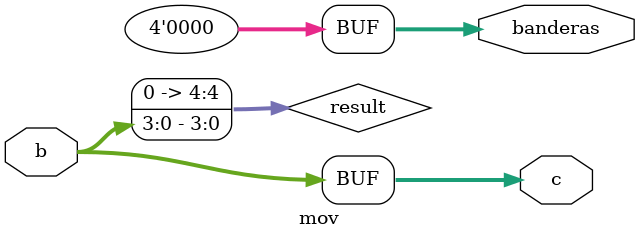
<source format=sv>
module mov #(parameter n = 4) ( input [n-1:0] b, output [n-1:0] c, output [3:0] banderas);
	
	logic [n:0] result;
	
	assign result = b;
	
	assign banderas[3] = 0; 
	assign banderas[2] = 0; 
	assign banderas[1] = 0; 		
	assign banderas[0] = 0;			
	
	assign c = result;	
		
endmodule
</source>
